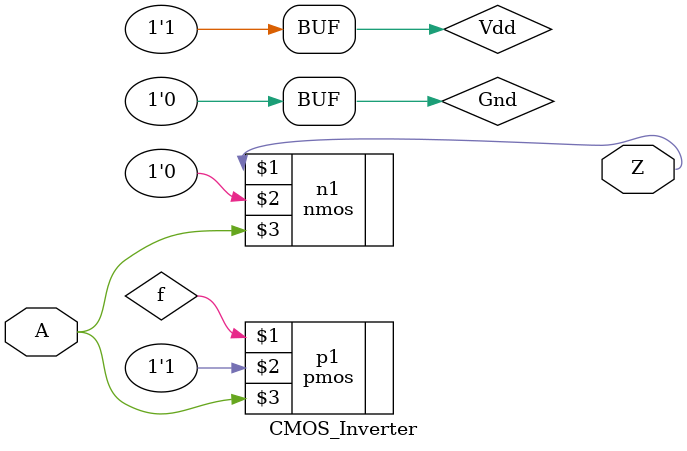
<source format=v>


module CMOS_Inverter (A, Z);

input A;
output Z;
supply0 Gnd;
supply1 Vdd;

pmos p1(f, Vdd, A);
nmos n1(Z, Gnd, A);

endmodule

// *******************************************************


</source>
